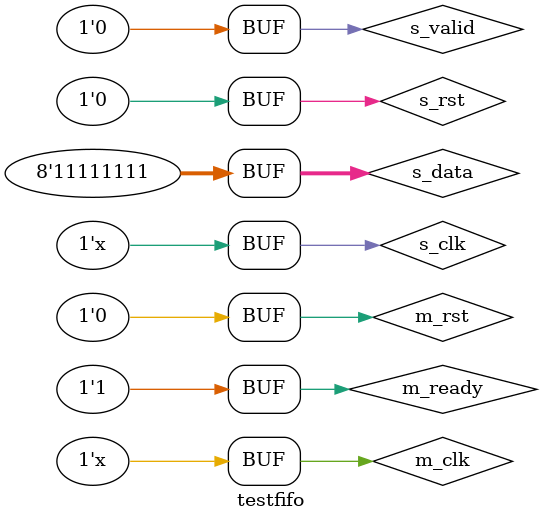
<source format=v>
`timescale 1ns / 1ps


module testfifo;

	// Inputs
	reg s_clk;
	reg s_rst;
	reg s_valid;
	reg [7:0] s_data;
	reg m_clk;
	reg m_rst;
	reg m_ready;

	// Outputs
	wire s_ready;
	wire [6:0] s_load;
	wire m_valid;
	wire [7:0] m_data;
	wire [6:0] m_load;

	// Instantiate the Unit Under Test (UUT)
	UARTFiFo uut (
		.s_clk(s_clk), 
		.s_rst(s_rst), 
		.s_valid(s_valid), 
		.s_ready(s_ready), 
		.s_data(s_data), 
		.s_load(s_load), 
		.m_clk(m_clk), 
		.m_rst(m_rst), 
		.m_valid(m_valid), 
		.m_ready(m_ready), 
		.m_data(m_data), 
		.m_load(m_load)
	);

	initial begin
		// Initialize Inputs
		s_clk = 0;
		s_rst = 0;
		s_valid = 0;
		s_data = 8'hFF;
		m_clk = 0;
		m_rst = 0;
		m_ready = 1;

		// Wait 100 ns for global reset to finish
		s_valid = ~s_valid;
		#20;
		s_valid = ~s_valid;
		#20;
		s_valid = ~s_valid;
		#20;
		s_valid = ~s_valid;
		

        
		// Add stimulus here

	end
	always begin
		#10 s_clk = s_clk + 1;
	end
		always begin
		#10 m_clk = m_clk + 1;
	end
      
endmodule


</source>
